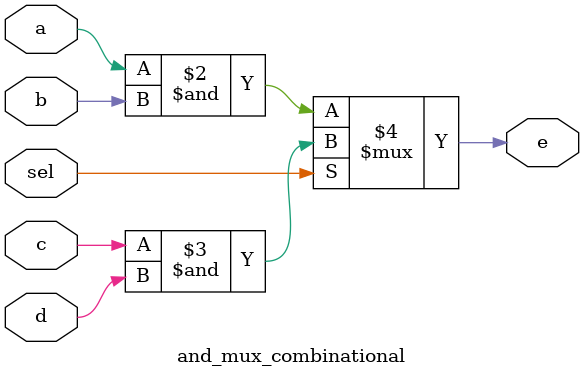
<source format=v>
`timescale 1ns / 1ps


module and_mux_combinational(
    input a,
    input b,
    input c,
    input d,
    input sel,
    output e
    );

    // two and gates: a & b and c & d
    // If sel == 0, e = a & b, else e = c & d
    assign e = ~sel ? (a & b) : (c & d);
endmodule

</source>
